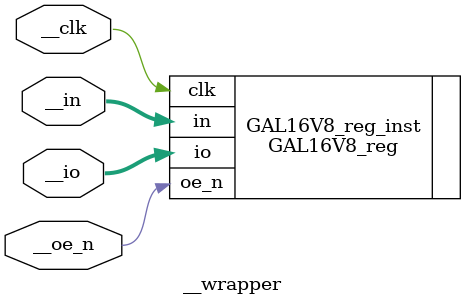
<source format=v>
`default_nettype none
module __wrapper (
	input wire       __clk,  // Pin 1
	input wire [7:0] __in,   // Pin {9, 8, 7, 6, 5, 4, 3, 2}
	input wire       __oe_n, // Pin 11
	inout wire [7:0] __io    // Pin {12, 13, 14, 15, 16, 17, 18, 19}
);

GAL16V8_reg GAL16V8_reg_inst (
	.clk(__clk),
	.in(__in),
	.oe_n(__oe_n),
	.io(__io)
);

endmodule

</source>
